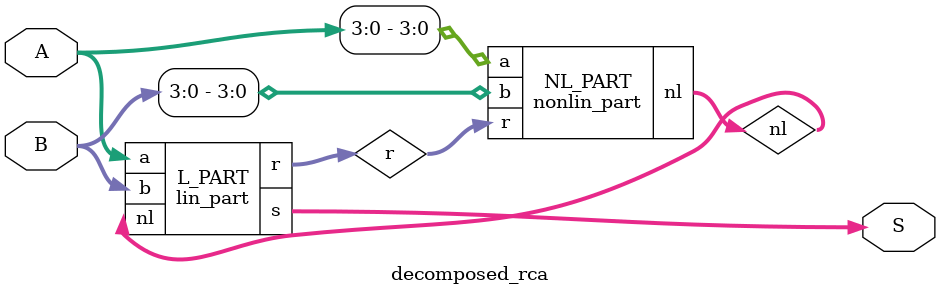
<source format=v>


module nonlin_part ( a, b, r, nl );
  input [3:0] a;
  input [3:0] b;
  input [1:0] r;
  output [9:0] nl;


  AN2D0 U1 ( .A1(r[1]), .A2(b[3]), .Z(nl[9]) );
  AN2D0 U2 ( .A1(a[3]), .A2(r[1]), .Z(nl[8]) );
  AN2D0 U3 ( .A1(a[3]), .A2(b[3]), .Z(nl[7]) );
  AN2D0 U4 ( .A1(r[0]), .A2(b[2]), .Z(nl[6]) );
  AN2D0 U5 ( .A1(a[2]), .A2(r[0]), .Z(nl[5]) );
  AN2D0 U6 ( .A1(a[2]), .A2(b[2]), .Z(nl[4]) );
  AN2D0 U7 ( .A1(b[1]), .A2(nl[0]), .Z(nl[3]) );
  AN2D0 U8 ( .A1(a[1]), .A2(nl[0]), .Z(nl[2]) );
  AN2D0 U9 ( .A1(a[1]), .A2(b[1]), .Z(nl[1]) );
  AN2D0 U10 ( .A1(b[0]), .A2(a[0]), .Z(nl[0]) );
endmodule


module lin_part ( a, b, nl, s, r );
  input [4:0] a;
  input [4:0] b;
  input [9:0] nl;
  output [4:0] s;
  output [1:0] r;
  wire   n1;

  XOR3D0 U1 ( .A1(b[4]), .A2(a[4]), .A3(n1), .Z(s[4]) );
  XOR3D0 U2 ( .A1(nl[9]), .A2(nl[8]), .A3(nl[7]), .Z(n1) );
  XOR3D0 U3 ( .A1(b[3]), .A2(a[3]), .A3(r[1]), .Z(s[3]) );
  XOR3D0 U4 ( .A1(b[2]), .A2(a[2]), .A3(r[0]), .Z(s[2]) );
  XOR3D0 U5 ( .A1(nl[0]), .A2(b[1]), .A3(a[1]), .Z(s[1]) );
  XOR2D0 U6 ( .A1(b[0]), .A2(a[0]), .Z(s[0]) );
  XOR3D0 U7 ( .A1(nl[6]), .A2(nl[5]), .A3(nl[4]), .Z(r[1]) );
  XOR3D0 U8 ( .A1(nl[3]), .A2(nl[2]), .A3(nl[1]), .Z(r[0]) );
endmodule


module decomposed_rca ( A, B, S );
  input [4:0] A;
  input [4:0] B;
  output [4:0] S;

  wire   [1:0] r;
  wire   [9:0] nl;

  nonlin_part NL_PART ( .a(A[3:0]), .b(B[3:0]), .r(r), .nl(nl) );
  lin_part L_PART ( .a(A), .b(B), .nl(nl), .s(S), .r(r) );
endmodule


</source>
